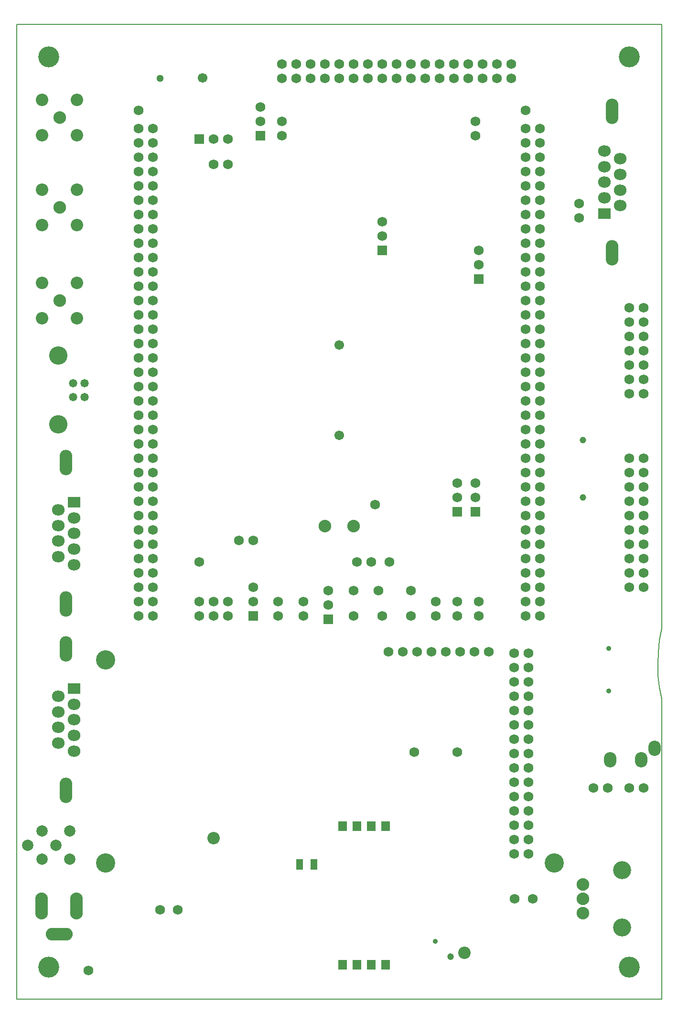
<source format=gbr>
%FSTAX23Y23*%
%MOIN*%
%SFA1B1*%

%IPPOS*%
%ADD58C,0.005000*%
%ADD145C,0.068000*%
%ADD146O,0.088000X0.178000*%
%ADD147C,0.058000*%
%ADD148C,0.126000*%
%ADD149C,0.134000*%
%ADD150C,0.067000*%
%ADD151O,0.088000X0.078000*%
%ADD152R,0.088000X0.078000*%
%ADD153C,0.088000*%
%ADD154C,0.087000*%
%ADD155C,0.087000*%
%ADD156C,0.134000*%
%ADD157C,0.134000*%
%ADD158R,0.068000X0.068000*%
%ADD159C,0.053000*%
%ADD160O,0.088000X0.188000*%
%ADD161O,0.188000X0.088000*%
%ADD162C,0.146000*%
%ADD163C,0.079000*%
%ADD164C,0.128000*%
%ADD165C,0.036000*%
%ADD166C,0.047000*%
%ADD167C,0.051000*%
%ADD168C,0.046000*%
%ADD169C,0.036000*%
%ADD170R,0.059000X0.067000*%
%ADD171R,0.047000X0.077000*%
%LNmb672d-1*%
%LPD*%
G54D58*
X04275Y02361D02*
D01*
X0426Y02279*
X04252Y02197*
X04249Y02115*
X04251Y02033*
X0426Y01951*
X04275Y0187*
Y02361D02*
Y06575D01*
Y-00225D02*
Y0187D01*
X-00225Y-00225D02*
X04275D01*
X-00225Y06575D02*
X04275D01*
X-00225Y-00225D02*
Y06575D01*
G54D145*
X02771Y022D03*
X02671D03*
X02871D03*
X02371D03*
X02471D03*
X02571D03*
X02971D03*
X03071D03*
X039Y0125D03*
X038D03*
X03347Y00789D03*
X03247D03*
X03Y0245D03*
Y0255D03*
X00625Y0245D03*
X0415Y04D03*
X0405Y043D03*
Y04D03*
X0415Y041D03*
X0405Y044D03*
Y045D03*
X0415Y043D03*
Y044D03*
Y045D03*
X0405Y042D03*
Y046D03*
X0415Y042D03*
X0405Y041D03*
X0415Y046D03*
X03247Y01989D03*
Y01889D03*
Y01789D03*
Y01689D03*
Y01589D03*
Y01489D03*
Y01389D03*
Y01289D03*
Y01189D03*
X03347Y01989D03*
Y01889D03*
Y01789D03*
Y01689D03*
Y01589D03*
Y01489D03*
Y01389D03*
Y01289D03*
Y01189D03*
X03247Y02089D03*
X03347Y02189D03*
Y02089D03*
X03247Y02189D03*
X03347Y00989D03*
X03247Y00889D03*
X03347D03*
Y01089D03*
X03247Y00989D03*
Y01089D03*
X01425Y02975D03*
X03225Y062D03*
X03125D03*
X03025D03*
X02925D03*
X02825D03*
X02725D03*
X02625D03*
X02525Y063D03*
Y062D03*
X02425Y063D03*
Y062D03*
X02325Y063D03*
Y062D03*
X02225D03*
X02125D03*
X02025Y063D03*
Y062D03*
X01925Y063D03*
Y062D03*
X01825D03*
X01725D03*
X02225Y063D03*
X03025D03*
X02725D03*
X03125D03*
X03225D03*
X01725D03*
X02125D03*
X01625D03*
Y062D03*
X02825Y063D03*
X02625D03*
X02925D03*
X01825D03*
X00725Y0305D03*
X00625D03*
Y0315D03*
X00725D03*
Y0265D03*
X00625Y0255D03*
Y0265D03*
X00725Y0255D03*
X00625Y0325D03*
X00725Y0275D03*
X00625D03*
X00725Y0285D03*
X00625D03*
X00725Y0295D03*
Y0425D03*
Y0435D03*
X00625Y0365D03*
X00725D03*
X00625Y0415D03*
X00725Y0405D03*
X00625Y0355D03*
Y0435D03*
Y0405D03*
X00725Y0415D03*
Y0465D03*
X00625Y0425D03*
Y0335D03*
X00725D03*
Y0325D03*
Y0375D03*
X00625D03*
Y0445D03*
X00725Y0485D03*
X00625D03*
X00725Y0385D03*
X00625Y0465D03*
X00725Y0455D03*
Y0395D03*
X00625Y0385D03*
Y0455D03*
X00725Y0505D03*
X00625D03*
X00725Y0515D03*
X00625D03*
X00725Y0555D03*
X00625D03*
X00725Y0495D03*
X00625Y0565D03*
Y0525D03*
X00725Y0535D03*
X00625Y0575D03*
X00725D03*
Y0585D03*
Y0525D03*
Y0565D03*
X02525Y0245D03*
X02125Y02625D03*
X0285Y015D03*
X0255D03*
X016Y0245D03*
Y0255D03*
X0405Y0265D03*
X0415Y0275D03*
X0405D03*
X0415Y0285D03*
X0405D03*
X0415Y0295D03*
X0405D03*
X0415Y0305D03*
X0405D03*
X0415Y0315D03*
X0405D03*
X0415Y0325D03*
X0405D03*
X0415Y0335D03*
X0405D03*
X0415Y0345D03*
X0405D03*
X0415Y0355D03*
X0405D03*
X0415Y0265D03*
X0325Y00475D03*
X00625Y05975D03*
X03325D03*
X0415Y0125D03*
X0405D03*
X02275Y03225D03*
X0285Y03375D03*
Y03275D03*
X00625Y0395D03*
X00725Y0545D03*
Y0445D03*
X00625Y0585D03*
X00725Y0345D03*
X00625Y0295D03*
X00725Y0245D03*
X0125Y05775D03*
X0115D03*
X01775Y0255D03*
Y0245D03*
X02125D03*
X03375Y00475D03*
X02325Y0245D03*
X02525Y02625D03*
X0215Y02825D03*
X0225D03*
X0285Y0255D03*
X00775Y004D03*
X03Y05D03*
Y049D03*
X023Y02625D03*
X0285Y0245D03*
X0105D03*
X0115D03*
X0105Y0255D03*
X0125Y0245D03*
Y0255D03*
X037Y05325D03*
Y05225D03*
X027Y0255D03*
Y0245D03*
X00275Y-00025D03*
X02375Y02825D03*
X02975Y059D03*
Y058D03*
X01475Y06D03*
Y059D03*
X0125Y056D03*
X0115D03*
X0105Y02825D03*
X02975Y03375D03*
Y03275D03*
X01425Y0265D03*
Y0255D03*
X02325Y052D03*
Y051D03*
X0195Y02625D03*
Y02525D03*
X009Y004D03*
X03425Y0445D03*
X03325Y0585D03*
Y0245D03*
X03425D03*
X03325Y0365D03*
Y0395D03*
X03425Y0545D03*
Y0345D03*
X03325Y0295D03*
X03425Y0315D03*
Y0325D03*
X03325Y0415D03*
X03425D03*
X03325Y0425D03*
X03425D03*
X03325Y0315D03*
X03425Y0485D03*
Y0525D03*
X03325D03*
Y0445D03*
X03425Y0455D03*
X03325D03*
Y0465D03*
X03425D03*
X03325Y0505D03*
X03425Y0515D03*
X03325D03*
Y0285D03*
X03425Y0295D03*
Y0275D03*
X03325Y0375D03*
X03425D03*
X03325Y0385D03*
X03425D03*
Y0395D03*
X03325Y0405D03*
X03425Y0555D03*
X03325D03*
X03425Y0565D03*
X03325D03*
X03425Y0535D03*
Y0575D03*
Y0305D03*
X03325Y0335D03*
Y0355D03*
X03425Y0335D03*
X03325Y0485D03*
X03425Y0585D03*
X03325Y0575D03*
X03425Y0495D03*
Y0505D03*
Y0365D03*
Y0475D03*
X03325D03*
Y0325D03*
Y0305D03*
Y0275D03*
Y0255D03*
X03425Y0405D03*
Y0265D03*
X03325D03*
X03425Y0255D03*
X01625Y058D03*
Y059D03*
X03425Y0355D03*
Y0285D03*
X00625Y0535D03*
X03325Y0345D03*
X00625Y0495D03*
X00725Y0355D03*
X03325Y0435D03*
X03425D03*
X00625Y0545D03*
X00725Y0475D03*
X00625D03*
X03325Y0545D03*
Y0535D03*
X00625Y0345D03*
X03325Y0495D03*
X0115Y0255D03*
X01325Y02975D03*
G54D146*
X0012Y03518D03*
Y02532D03*
Y01232D03*
Y02218D03*
X0393Y05968D03*
Y04982D03*
G54D147*
X0012Y03488D03*
Y03563D03*
Y03518D03*
Y03503D03*
Y03473D03*
Y03548D03*
Y03533D03*
Y02502D03*
Y02577D03*
Y02532D03*
Y02517D03*
Y02487D03*
Y02562D03*
Y02547D03*
Y01247D03*
Y01262D03*
Y01187D03*
Y01217D03*
Y01232D03*
Y01277D03*
Y01202D03*
Y02233D03*
Y02248D03*
Y02173D03*
Y02203D03*
Y02218D03*
Y02263D03*
Y02188D03*
X0393Y05953D03*
Y05938D03*
Y06013D03*
Y05983D03*
Y05968D03*
Y05923D03*
Y05998D03*
Y04967D03*
Y04952D03*
Y05027D03*
Y04997D03*
Y04982D03*
Y04937D03*
Y05012D03*
X0025Y04073D03*
X0017D03*
Y03975D03*
X0025D03*
G54D148*
X04Y00275D03*
Y00675D03*
G54D149*
X00395Y00725D03*
X03525D03*
G54D150*
X02025Y0434D03*
Y0371D03*
X01073Y06201D03*
G54D151*
X00175Y02916D03*
X00065Y02862D03*
Y03189D03*
X00175Y02807D03*
Y03134D03*
Y03025D03*
X00065Y0308D03*
Y02971D03*
X00175Y01616D03*
X00065Y01562D03*
Y01889D03*
X00175Y01507D03*
Y01834D03*
Y01725D03*
X00065Y0178D03*
Y01671D03*
X03985Y05529D03*
X03875Y05366D03*
Y05584D03*
X03985Y05311D03*
X03875Y05475D03*
X03985Y0542D03*
Y05638D03*
X03875Y05693D03*
G54D152*
X00175Y03243D03*
Y01943D03*
X03875Y05257D03*
G54D153*
X00075Y053D03*
X01925Y03075D03*
X02125D03*
X03725Y00475D03*
Y00575D03*
Y00375D03*
X00075Y0465D03*
Y05925D03*
G54D154*
X-00048Y05423D03*
Y05177D03*
X00198D03*
Y04773D03*
Y04527D03*
X-00048D03*
Y05802D03*
X00198D03*
Y06048D03*
X029Y001D03*
X0115Y009D03*
G54D155*
X00198Y05423D03*
X-00048Y04773D03*
Y06048D03*
X03918Y01437D03*
Y01456D03*
X04134D03*
Y01436D03*
X04225Y01515D03*
Y01535D03*
X03918Y01446D03*
X04225Y01525D03*
X04134Y01446D03*
G54D156*
X03525Y00725D03*
X00398Y02144D03*
G54D157*
X00398Y00726D03*
G54D158*
X0285Y03175D03*
X0105Y05775D03*
X03Y048D03*
X01475Y058D03*
X02975Y03175D03*
X01425Y0245D03*
X02325Y05D03*
X0195Y02425D03*
G54D159*
X-0005Y00445D03*
Y00405D03*
Y00465D03*
Y00385D03*
X00092Y00228D03*
X00052D03*
X00112D03*
X00032D03*
X00194Y00445D03*
Y00405D03*
Y00465D03*
Y00385D03*
G54D160*
X-0005Y00425D03*
X00194D03*
G54D161*
X00072Y00228D03*
G54D162*
X0Y0635D03*
X0405D03*
Y0D03*
X0D03*
G54D163*
X0005Y0085D03*
X00148Y00752D03*
X-00048D03*
Y00948D03*
X00148D03*
X-00147Y0085D03*
G54D164*
X00065Y04266D03*
Y03786D03*
G54D165*
X02697Y00178D03*
G54D166*
X02803Y00072D03*
G54D167*
X00777Y062D03*
G54D168*
X03725Y03275D03*
Y03675D03*
G54D169*
X03905Y01925D03*
Y02222D03*
G54D170*
X0205Y00984D03*
Y00016D03*
X0235Y00984D03*
X0225Y00016D03*
X0235D03*
X0215Y00984D03*
Y00016D03*
X0225Y00984D03*
G54D171*
X0185Y00717D03*
X0175D03*
M02*
</source>
